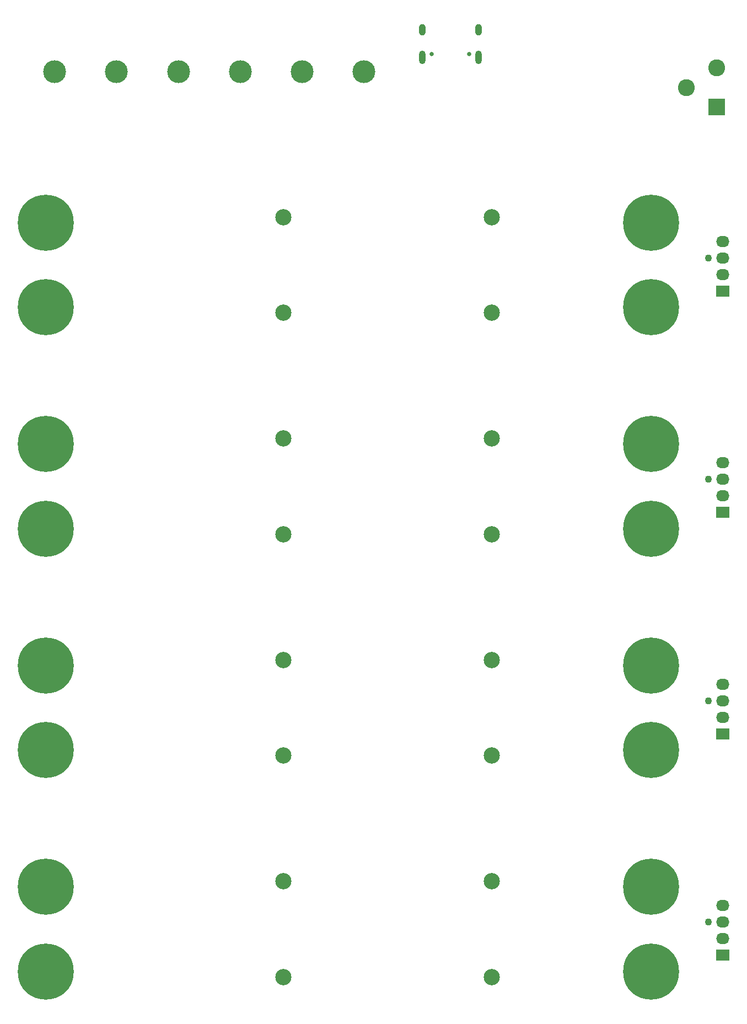
<source format=gbs>
G04 #@! TF.GenerationSoftware,KiCad,Pcbnew,8.0.1-8.0.1-1~ubuntu22.04.1*
G04 #@! TF.CreationDate,2024-04-04T11:17:20+02:00*
G04 #@! TF.ProjectId,flex4axe,666c6578-3461-4786-952e-6b696361645f,302*
G04 #@! TF.SameCoordinates,Original*
G04 #@! TF.FileFunction,Soldermask,Bot*
G04 #@! TF.FilePolarity,Negative*
%FSLAX46Y46*%
G04 Gerber Fmt 4.6, Leading zero omitted, Abs format (unit mm)*
G04 Created by KiCad (PCBNEW 8.0.1-8.0.1-1~ubuntu22.04.1) date 2024-04-04 11:17:20*
%MOMM*%
%LPD*%
G01*
G04 APERTURE LIST*
%ADD10C,1.100000*%
%ADD11R,2.030000X1.730000*%
%ADD12O,2.030000X1.730000*%
%ADD13C,2.500000*%
%ADD14C,0.900000*%
%ADD15C,8.600000*%
%ADD16C,0.650000*%
%ADD17O,1.000000X2.100000*%
%ADD18O,1.000000X1.800000*%
%ADD19C,3.500000*%
%ADD20R,2.600000X2.600000*%
%ADD21C,2.600000*%
G04 APERTURE END LIST*
D10*
X162840000Y-136920000D03*
D11*
X165000000Y-142000000D03*
D12*
X165000000Y-139460000D03*
X165000000Y-136920000D03*
X165000000Y-134380000D03*
D10*
X162840000Y-68920000D03*
D11*
X165000000Y-74000000D03*
D12*
X165000000Y-71460000D03*
X165000000Y-68920000D03*
X165000000Y-66380000D03*
D10*
X162840000Y-102920000D03*
D11*
X165000000Y-108000000D03*
D12*
X165000000Y-105460000D03*
X165000000Y-102920000D03*
X165000000Y-100380000D03*
D13*
X97542000Y-179350000D03*
X129542000Y-179350000D03*
X97542000Y-164650000D03*
X129542000Y-164650000D03*
D14*
X61042000Y-168725000D03*
X154042000Y-168725000D03*
X58761581Y-167780419D03*
X63322419Y-167780419D03*
X151761581Y-167780419D03*
X156322419Y-167780419D03*
X57817000Y-165500000D03*
D15*
X61042000Y-165500000D03*
D14*
X64267000Y-165500000D03*
X150817000Y-165500000D03*
D15*
X154042000Y-165500000D03*
D14*
X157267000Y-165500000D03*
X58761581Y-163219581D03*
X63322419Y-163219581D03*
X151761581Y-163219581D03*
X156322419Y-163219581D03*
X61042000Y-162275000D03*
X154042000Y-162275000D03*
X61042000Y-181725000D03*
X154042000Y-181725000D03*
X58761581Y-180780419D03*
X63322419Y-180780419D03*
X151761581Y-180780419D03*
X156322419Y-180780419D03*
X57817000Y-178500000D03*
D15*
X61042000Y-178500000D03*
D14*
X64267000Y-178500000D03*
X150817000Y-178500000D03*
D15*
X154042000Y-178500000D03*
D14*
X157267000Y-178500000D03*
X58761581Y-176219581D03*
X63322419Y-176219581D03*
X151761581Y-176219581D03*
X156322419Y-176219581D03*
X61042000Y-175275000D03*
X154042000Y-175275000D03*
D13*
X97542000Y-111350000D03*
X129542000Y-111350000D03*
X97542000Y-96650000D03*
X129542000Y-96650000D03*
D14*
X61042000Y-100725000D03*
X154042000Y-100725000D03*
X58761581Y-99780419D03*
X63322419Y-99780419D03*
X151761581Y-99780419D03*
X156322419Y-99780419D03*
X57817000Y-97500000D03*
D15*
X61042000Y-97500000D03*
D14*
X64267000Y-97500000D03*
X150817000Y-97500000D03*
D15*
X154042000Y-97500000D03*
D14*
X157267000Y-97500000D03*
X58761581Y-95219581D03*
X63322419Y-95219581D03*
X151761581Y-95219581D03*
X156322419Y-95219581D03*
X61042000Y-94275000D03*
X154042000Y-94275000D03*
X61042000Y-113725000D03*
X154042000Y-113725000D03*
X58761581Y-112780419D03*
X63322419Y-112780419D03*
X151761581Y-112780419D03*
X156322419Y-112780419D03*
X57817000Y-110500000D03*
D15*
X61042000Y-110500000D03*
D14*
X64267000Y-110500000D03*
X150817000Y-110500000D03*
D15*
X154042000Y-110500000D03*
D14*
X157267000Y-110500000D03*
X58761581Y-108219581D03*
X63322419Y-108219581D03*
X151761581Y-108219581D03*
X156322419Y-108219581D03*
X61042000Y-107275000D03*
X154042000Y-107275000D03*
D13*
X97542000Y-145350000D03*
X129542000Y-145350000D03*
X97542000Y-130650000D03*
X129542000Y-130650000D03*
D14*
X61042000Y-134725000D03*
X154042000Y-134725000D03*
X58761581Y-133780419D03*
X63322419Y-133780419D03*
X151761581Y-133780419D03*
X156322419Y-133780419D03*
X57817000Y-131500000D03*
D15*
X61042000Y-131500000D03*
D14*
X64267000Y-131500000D03*
X150817000Y-131500000D03*
D15*
X154042000Y-131500000D03*
D14*
X157267000Y-131500000D03*
X58761581Y-129219581D03*
X63322419Y-129219581D03*
X151761581Y-129219581D03*
X156322419Y-129219581D03*
X61042000Y-128275000D03*
X154042000Y-128275000D03*
X61042000Y-147725000D03*
X154042000Y-147725000D03*
X58761581Y-146780419D03*
X63322419Y-146780419D03*
X151761581Y-146780419D03*
X156322419Y-146780419D03*
X57817000Y-144500000D03*
D15*
X61042000Y-144500000D03*
D14*
X64267000Y-144500000D03*
X150817000Y-144500000D03*
D15*
X154042000Y-144500000D03*
D14*
X157267000Y-144500000D03*
X58761581Y-142219581D03*
X63322419Y-142219581D03*
X151761581Y-142219581D03*
X156322419Y-142219581D03*
X61042000Y-141275000D03*
X154042000Y-141275000D03*
D16*
X126042000Y-37602000D03*
X120262000Y-37602000D03*
D17*
X127472000Y-38102000D03*
D18*
X127472000Y-33922000D03*
D17*
X118832000Y-38102000D03*
D18*
X118832000Y-33922000D03*
D19*
X62402000Y-40349000D03*
X71902000Y-40349000D03*
X81402000Y-40349000D03*
X90902000Y-40349000D03*
X100402000Y-40349000D03*
X109902000Y-40349000D03*
D20*
X164102000Y-45747000D03*
D21*
X164102000Y-39747000D03*
X159402000Y-42747000D03*
D10*
X162840000Y-170920000D03*
D11*
X165000000Y-176000000D03*
D12*
X165000000Y-173460000D03*
X165000000Y-170920000D03*
X165000000Y-168380000D03*
D13*
X97542000Y-77350000D03*
X129542000Y-77350000D03*
X97542000Y-62650000D03*
X129542000Y-62650000D03*
D14*
X61042000Y-66725000D03*
X154042000Y-66725000D03*
X58761581Y-65780419D03*
X63322419Y-65780419D03*
X151761581Y-65780419D03*
X156322419Y-65780419D03*
X57817000Y-63500000D03*
D15*
X61042000Y-63500000D03*
D14*
X64267000Y-63500000D03*
X150817000Y-63500000D03*
D15*
X154042000Y-63500000D03*
D14*
X157267000Y-63500000D03*
X58761581Y-61219581D03*
X63322419Y-61219581D03*
X151761581Y-61219581D03*
X156322419Y-61219581D03*
X61042000Y-60275000D03*
X154042000Y-60275000D03*
X61042000Y-79725000D03*
X154042000Y-79725000D03*
X58761581Y-78780419D03*
X63322419Y-78780419D03*
X151761581Y-78780419D03*
X156322419Y-78780419D03*
X57817000Y-76500000D03*
D15*
X61042000Y-76500000D03*
D14*
X64267000Y-76500000D03*
X150817000Y-76500000D03*
D15*
X154042000Y-76500000D03*
D14*
X157267000Y-76500000D03*
X58761581Y-74219581D03*
X63322419Y-74219581D03*
X151761581Y-74219581D03*
X156322419Y-74219581D03*
X61042000Y-73275000D03*
X154042000Y-73275000D03*
M02*

</source>
